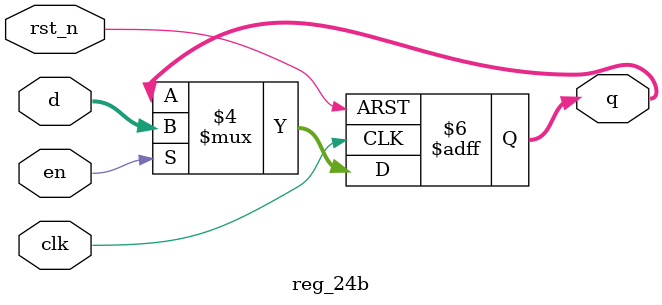
<source format=sv>
module reg_24b(
    input clk,
    input rst_n,
    input en,
    input [23:0]d,
    
    output reg [23:0]q
    );
    
    always @(posedge clk or negedge rst_n) begin
        if(rst_n == 0) begin
            q <= 24'b0;
        end
        else if (en == 1) begin
            q <= d;
        end
    end
endmodule
</source>
